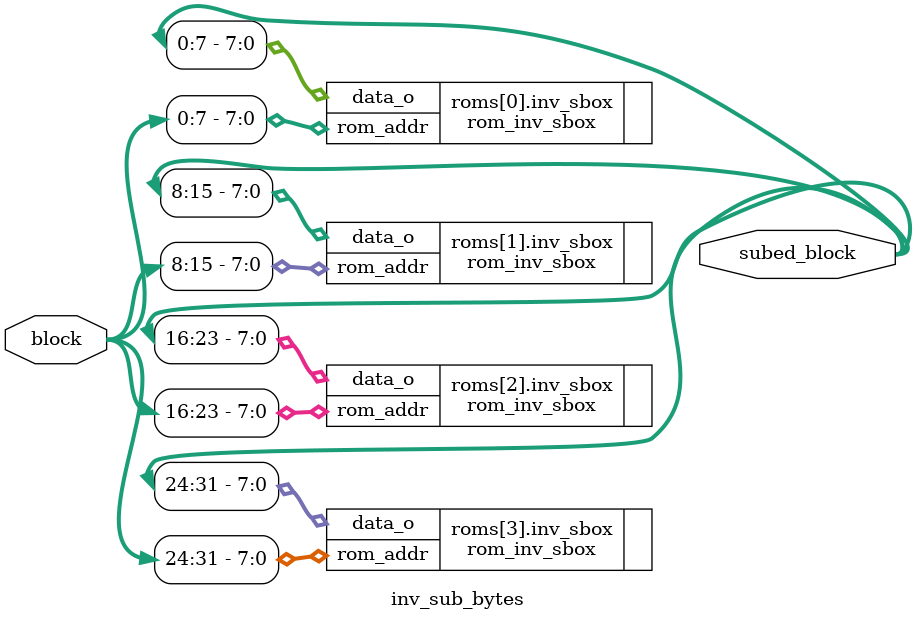
<source format=sv>
module inv_sub_bytes #(parameter size = 4)(
    input [0:size*8-1] block,
    output reg [0:size*8-1] subed_block
);
    genvar i;

    generate
        for (i = 0; i < size; i = i + 1) begin : roms
            rom_inv_sbox inv_sbox (.rom_addr(block[i*8 +: 8]), .data_o(subed_block[i*8 +: 8]));
        end
    endgenerate
endmodule
</source>
